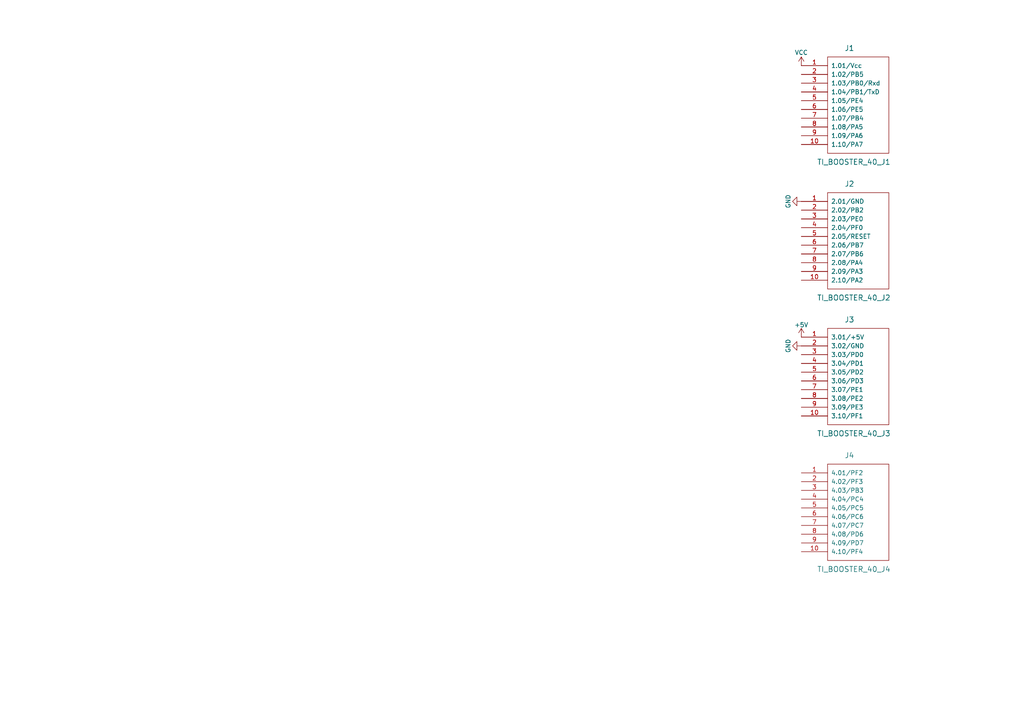
<source format=kicad_sch>
(kicad_sch (version 20230121) (generator eeschema)
  (paper "A4")
  (title_block (date "19 oct 2012"))
  (lib_symbols
    (symbol "boosterpack:Ti_Booster_40_J1" (pin_names (offset 1.016))
      (property "Reference" "J" (at -1.27 16.51 0))
      (property "Value" "Ti_Booster_40_J1" (at 0 -16.51 0))
      (symbol "Ti_Booster_40_J1_0_1"
        (rectangle (start -7.62 13.97) (end 10.16 -13.97))
      )
      (symbol "Ti_Booster_40_J1_1_1"
        (pin power_in line (at -15.24 11.43 0) (length 7.62) (name "1.01/Vcc") (number "1"))
        (pin bidirectional line (at -15.24 -11.43 0) (length 7.62) (name "1.10/PA7") (number "10"))
        (pin bidirectional line (at -15.24 8.89 0) (length 7.62) (name "1.02/PB5") (number "2"))
        (pin bidirectional line (at -15.24 6.35 0) (length 7.62) (name "1.03/PB0/Rxd") (number "3"))
        (pin bidirectional line (at -15.24 3.81 0) (length 7.62) (name "1.04/PB1/TxD") (number "4"))
        (pin bidirectional line (at -15.24 1.27 0) (length 7.62) (name "1.05/PE4") (number "5"))
        (pin bidirectional line (at -15.24 -1.27 0) (length 7.62) (name "1.06/PE5") (number "6"))
        (pin bidirectional line (at -15.24 -3.81 0) (length 7.62) (name "1.07/PB4") (number "7"))
        (pin bidirectional line (at -15.24 -6.35 0) (length 7.62) (name "1.08/PA5") (number "8"))
        (pin bidirectional line (at -15.24 -8.89 0) (length 7.62) (name "1.09/PA6") (number "9"))
      )
    )
    (symbol "boosterpack:Ti_Booster_40_J2" (pin_names (offset 1.016))
      (property "Reference" "J" (at -1.27 16.51 0))
      (property "Value" "Ti_Booster_40_J2" (at 0 -16.51 0))
      (symbol "Ti_Booster_40_J2_0_1"
        (rectangle (start -7.62 13.97) (end 10.16 -13.97))
      )
      (symbol "Ti_Booster_40_J2_1_1"
        (pin power_in line (at -15.24 11.43 0) (length 7.62) (name "2.01/GND") (number "1"))
        (pin bidirectional line (at -15.24 -11.43 0) (length 7.62) (name "2.10/PA2") (number "10"))
        (pin bidirectional line (at -15.24 8.89 0) (length 7.62) (name "2.02/PB2") (number "2"))
        (pin bidirectional line (at -15.24 6.35 0) (length 7.62) (name "2.03/PE0") (number "3"))
        (pin bidirectional line (at -15.24 3.81 0) (length 7.62) (name "2.04/PF0") (number "4"))
        (pin bidirectional line (at -15.24 1.27 0) (length 7.62) (name "2.05/RESET") (number "5"))
        (pin bidirectional line (at -15.24 -1.27 0) (length 7.62) (name "2.06/PB7") (number "6"))
        (pin bidirectional line (at -15.24 -3.81 0) (length 7.62) (name "2.07/PB6") (number "7"))
        (pin bidirectional line (at -15.24 -6.35 0) (length 7.62) (name "2.08/PA4") (number "8"))
        (pin bidirectional line (at -15.24 -8.89 0) (length 7.62) (name "2.09/PA3") (number "9"))
      )
    )
    (symbol "boosterpack:Ti_Booster_40_J3" (pin_names (offset 1.016))
      (property "Reference" "J" (at -1.27 16.51 0))
      (property "Value" "Ti_Booster_40_J3" (at 0 -16.51 0))
      (symbol "Ti_Booster_40_J3_0_1"
        (rectangle (start -7.62 13.97) (end 10.16 -13.97))
      )
      (symbol "Ti_Booster_40_J3_1_1"
        (pin power_in line (at -15.24 11.43 0) (length 7.62) (name "3.01/+5V") (number "1"))
        (pin bidirectional line (at -15.24 -11.43 0) (length 7.62) (name "3.10/PF1") (number "10"))
        (pin bidirectional line (at -15.24 8.89 0) (length 7.62) (name "3.02/GND") (number "2"))
        (pin bidirectional line (at -15.24 6.35 0) (length 7.62) (name "3.03/PD0") (number "3"))
        (pin bidirectional line (at -15.24 3.81 0) (length 7.62) (name "3.04/PD1") (number "4"))
        (pin bidirectional line (at -15.24 1.27 0) (length 7.62) (name "3.05/PD2") (number "5"))
        (pin bidirectional line (at -15.24 -1.27 0) (length 7.62) (name "3.06/PD3") (number "6"))
        (pin bidirectional line (at -15.24 -3.81 0) (length 7.62) (name "3.07/PE1") (number "7"))
        (pin bidirectional line (at -15.24 -6.35 0) (length 7.62) (name "3.08/PE2") (number "8"))
        (pin bidirectional line (at -15.24 -8.89 0) (length 7.62) (name "3.09/PE3") (number "9"))
      )
    )
    (symbol "boosterpack:Ti_Booster_40_J4" (pin_names (offset 1.016))
      (property "Reference" "J" (at -1.27 16.51 0))
      (property "Value" "Ti_Booster_40_J4" (at 0 -16.51 0))
      (symbol "Ti_Booster_40_J4_0_1"
        (rectangle (start -7.62 13.97) (end 10.16 -13.97))
      )
      (symbol "Ti_Booster_40_J4_1_1"
        (pin power_in line (at -15.24 11.43 0) (length 7.62) (name "4.01/PF2") (number "1"))
        (pin bidirectional line (at -15.24 -11.43 0) (length 7.62) (name "4.10/PF4") (number "10"))
        (pin bidirectional line (at -15.24 8.89 0) (length 7.62) (name "4.02/PF3") (number "2"))
        (pin bidirectional line (at -15.24 6.35 0) (length 7.62) (name "4.03/PB3") (number "3"))
        (pin bidirectional line (at -15.24 3.81 0) (length 7.62) (name "4.04/PC4") (number "4"))
        (pin bidirectional line (at -15.24 1.27 0) (length 7.62) (name "4.05/PC5") (number "5"))
        (pin bidirectional line (at -15.24 -1.27 0) (length 7.62) (name "4.06/PC6") (number "6"))
        (pin bidirectional line (at -15.24 -3.81 0) (length 7.62) (name "4.07/PC7") (number "7"))
        (pin bidirectional line (at -15.24 -6.35 0) (length 7.62) (name "4.08/PD6") (number "8"))
        (pin bidirectional line (at -15.24 -8.89 0) (length 7.62) (name "4.09/PD7") (number "9"))
      )
    )
    (symbol "power:+5V" (power) (pin_names (offset 0))
      (property "Value" "+5V" (at 0 3.556 0))
      (symbol "+5V_0_1"
        (polyline (pts (xy -0.762 1.27) (xy 0 2.54)))
        (polyline (pts (xy 0 0) (xy 0 2.54)))
        (polyline (pts (xy 0 2.54) (xy 0.762 1.27)))
      )
      (symbol "+5V_1_1"
        (pin power_in line (at 0 0 90) (length 0) hide (name "+5V") (number "1"))
      )
    )
    (symbol "power:GND" (power) (pin_names (offset 0))
      (property "Value" "GND" (at 0 -3.81 0))
      (symbol "GND_0_1"
        (polyline (pts (xy 0 0) (xy 0 -1.27) (xy 1.27 -1.27) (xy 0 -2.54) (xy -1.27 -1.27) (xy 0 -1.27)))
      )
      (symbol "GND_1_1"
        (pin power_in line (at 0 0 270) (length 0) hide (name "GND") (number "1"))
      )
    )
    (symbol "power:VCC" (power) (pin_names (offset 0))
      (property "Value" "VCC" (at 0 3.81 0))
      (symbol "VCC_0_1"
        (polyline (pts (xy -0.762 1.27) (xy 0 2.54)))
        (polyline (pts (xy 0 0) (xy 0 2.54)))
        (polyline (pts (xy 0 2.54) (xy 0.762 1.27)))
      )
      (symbol "VCC_1_1"
        (pin power_in line (at 0 0 90) (length 0) hide (name "VCC") (number "1"))
      )
    )
  )
  (symbol (lib_id "power:GND") (at 232.41 58.42 270) (unit 1)
    (property "Reference" "#PWR01" (effects hide))
    (property "Value" "GND" (at 228.6 58.42 0))
  )
  (symbol (lib_id "power:VCC") (at 232.41 19.05 0) (unit 1)
    (property "Reference" "#PWR02" (effects hide))
    (property "Value" "VCC" (at 232.41 15.24 0))
  )
  (symbol (lib_id "boosterpack:Ti_Booster_40_J1") (at 247.65 30.48 0) (unit 1)
    (property "Reference" "J1" (at 246.38 13.97 0) (effects (font (size 1.524 1.524))))
    (property "Value" "TI_BOOSTER_40_J1" (at 247.65 46.99 0) (effects (font (size 1.524 1.524))))
    (property "Footprint" "Connector_PinHeader_2.54mm:PinHeader_1x10_P2.54mm_Vertical" (effects hide))
  )
  (symbol (lib_id "boosterpack:Ti_Booster_40_J2") (at 247.65 69.85 0) (unit 1)
    (property "Reference" "J2" (at 246.38 53.34 0) (effects (font (size 1.524 1.524))))
    (property "Value" "TI_BOOSTER_40_J2" (at 247.65 86.36 0) (effects (font (size 1.524 1.524))))
    (property "Footprint" "Connector_PinHeader_2.54mm:PinHeader_1x10_P2.54mm_Vertical" (effects hide))
  )
  (symbol (lib_id "boosterpack:Ti_Booster_40_J3") (at 247.65 109.22 0) (unit 1)
    (property "Reference" "J3" (at 246.38 92.71 0) (effects (font (size 1.524 1.524))))
    (property "Value" "TI_BOOSTER_40_J3" (at 247.65 125.73 0) (effects (font (size 1.524 1.524))))
    (property "Footprint" "Connector_PinHeader_2.54mm:PinHeader_1x10_P2.54mm_Vertical" (effects hide))
  )
  (symbol (lib_id "boosterpack:Ti_Booster_40_J4") (at 247.65 148.59 0) (unit 1)
    (property "Reference" "J4" (at 246.38 132.08 0) (effects (font (size 1.524 1.524))))
    (property "Value" "TI_BOOSTER_40_J4" (at 247.65 165.1 0) (effects (font (size 1.524 1.524))))
    (property "Footprint" "Connector_PinHeader_2.54mm:PinHeader_1x10_P2.54mm_Vertical" (effects hide))
  )
  (symbol (lib_id "power:GND") (at 232.41 100.33 270) (unit 1)
    (property "Reference" "#PWR03" (effects hide))
    (property "Value" "GND" (at 228.6 100.33 0))
  )
  (symbol (lib_id "power:+5V") (at 232.41 97.79 0) (unit 1)
    (property "Reference" "#PWR04" (effects hide))
    (property "Value" "+5V" (at 232.41 94.234 0))
  )
)
</source>
